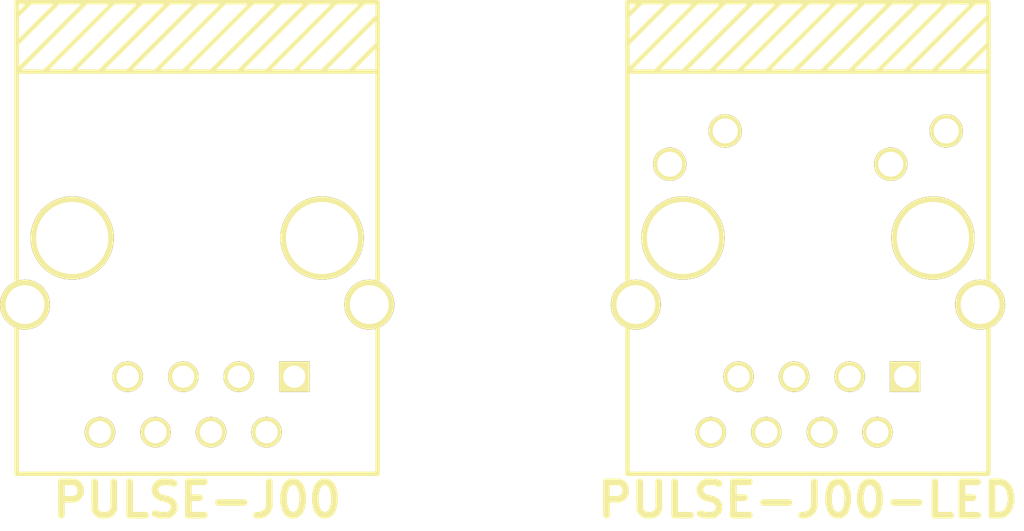
<source format=kicad_pcb>
(kicad_pcb (version 20221018) (generator pcbnew)
  (layers (0 "F.Cu" signal) (31 "B.Cu" signal) (34 "B.Paste" user) (35 "F.Paste" user) (36 "B.SilkS" user) (37 "F.SilkS" user) (38 "B.Mask" user) (39 "F.Mask" user) (44 "Edge.Cuts" user))
  (net 0 "")
  (footprint "pulse-J00" (layer "F.Cu") (at 119.38 86.36)
    (fp_text reference "PULSE-J00" (at 0 12) (layer "F.SilkS") (effects (font (size 1.524 1.524) (thickness 0.3048))))
    (fp_text value "VAL**" hide)
    (fp_line (start -8.255 -10.795) (end -8.255 10.795) (stroke (width 0.2032)) (layer "F.SilkS"))
    (fp_line (start -8.255 -10.795) (end 8.255 -10.795) (stroke (width 0.2032)) (layer "F.SilkS"))
    (fp_line (start -8.255 -10.16) (end -7.62 -10.795) (stroke (width 0.2032)) (layer "F.SilkS"))
    (fp_line (start -8.255 -8.89) (end -6.35 -10.795) (stroke (width 0.2032)) (layer "F.SilkS"))
    (fp_line (start -8.255 -7.62) (end -5.08 -10.795) (stroke (width 0.2032)) (layer "F.SilkS"))
    (fp_line (start -6.985 -7.62) (end -3.81 -10.795) (stroke (width 0.2032)) (layer "F.SilkS"))
    (fp_line (start -5.715 -7.62) (end -2.54 -10.795) (stroke (width 0.2032)) (layer "F.SilkS"))
    (fp_line (start -4.445 -7.62) (end -1.27 -10.795) (stroke (width 0.2032)) (layer "F.SilkS"))
    (fp_line (start -3.175 -7.62) (end 0 -10.795) (stroke (width 0.2032)) (layer "F.SilkS"))
    (fp_line (start -1.905 -7.62) (end 1.27 -10.795) (stroke (width 0.2032)) (layer "F.SilkS"))
    (fp_line (start -0.635 -7.62) (end 2.54 -10.795) (stroke (width 0.2032)) (layer "F.SilkS"))
    (fp_line (start 0.635 -7.62) (end 3.81 -10.795) (stroke (width 0.2032)) (layer "F.SilkS"))
    (fp_line (start 1.905 -7.62) (end 5.08 -10.795) (stroke (width 0.2032)) (layer "F.SilkS"))
    (fp_line (start 3.175 -7.62) (end 6.35 -10.795) (stroke (width 0.2032)) (layer "F.SilkS"))
    (fp_line (start 4.445 -7.62) (end 7.62 -10.795) (stroke (width 0.2032)) (layer "F.SilkS"))
    (fp_line (start 5.715 -7.62) (end 8.255 -10.16) (stroke (width 0.2032)) (layer "F.SilkS"))
    (fp_line (start 6.985 -7.62) (end 8.255 -8.89) (stroke (width 0.2032)) (layer "F.SilkS"))
    (fp_line (start 8.255 -10.795) (end 8.255 10.795) (stroke (width 0.2032)) (layer "F.SilkS"))
    (fp_line (start 8.255 -7.62) (end -8.255 -7.62) (stroke (width 0.2032)) (layer "F.SilkS"))
    (fp_line (start 8.255 10.795) (end -8.255 10.795) (stroke (width 0.2032)) (layer "F.SilkS"))
    (pad "" thru_hole circle (at -5.715 0) (size 3.81 3.81) (drill 3.302) (layers "*.Cu" "*.Mask" "F.SilkS"))
    (pad "" thru_hole circle (at 5.715 0) (size 3.81 3.81) (drill 3.302) (layers "*.Cu" "*.Mask" "F.SilkS"))
    (pad "1" thru_hole rect (at 4.445 6.35) (size 1.397 1.397) (drill 1.016) (layers "*.Cu" "*.Mask" "F.SilkS"))
    (pad "2" thru_hole circle (at 3.175 8.89) (size 1.397 1.397) (drill 1.016) (layers "*.Cu" "*.Mask" "F.SilkS"))
    (pad "3" thru_hole circle (at 1.905 6.35) (size 1.397 1.397) (drill 1.016) (layers "*.Cu" "*.Mask" "F.SilkS"))
    (pad "4" thru_hole circle (at 0.635 8.89) (size 1.397 1.397) (drill 1.016) (layers "*.Cu" "*.Mask" "F.SilkS"))
    (pad "5" thru_hole circle (at -0.635 6.35) (size 1.397 1.397) (drill 1.016) (layers "*.Cu" "*.Mask" "F.SilkS"))
    (pad "6" thru_hole circle (at -1.905 8.89) (size 1.397 1.397) (drill 1.016) (layers "*.Cu" "*.Mask" "F.SilkS"))
    (pad "7" thru_hole circle (at -3.175 6.35) (size 1.397 1.397) (drill 1.016) (layers "*.Cu" "*.Mask" "F.SilkS"))
    (pad "8" thru_hole circle (at -4.445 8.89) (size 1.397 1.397) (drill 1.016) (layers "*.Cu" "*.Mask" "F.SilkS"))
    (pad "SHLD" thru_hole circle (at -7.874 3.048) (size 2.286 2.286) (drill 1.778) (layers "*.Cu" "*.Mask" "F.SilkS"))
    (pad "SHLD" thru_hole circle (at 7.874 3.048) (size 2.286 2.286) (drill 1.778) (layers "*.Cu" "*.Mask" "F.SilkS"))
  )
  (footprint "pulse-J00-LED" (layer "F.Cu") (at 147.32 86.36)
    (fp_text reference "PULSE-J00-LED" (at 0 12) (layer "F.SilkS") (effects (font (size 1.524 1.524) (thickness 0.3048))))
    (fp_text value "VAL**" hide)
    (fp_line (start -8.255 -10.795) (end -8.255 10.795) (stroke (width 0.2032)) (layer "F.SilkS"))
    (fp_line (start -8.255 -10.795) (end 8.255 -10.795) (stroke (width 0.2032)) (layer "F.SilkS"))
    (fp_line (start -8.255 -10.16) (end -7.62 -10.795) (stroke (width 0.2032)) (layer "F.SilkS"))
    (fp_line (start -8.255 -8.89) (end -6.35 -10.795) (stroke (width 0.2032)) (layer "F.SilkS"))
    (fp_line (start -8.255 -7.62) (end -5.08 -10.795) (stroke (width 0.2032)) (layer "F.SilkS"))
    (fp_line (start -6.985 -7.62) (end -3.81 -10.795) (stroke (width 0.2032)) (layer "F.SilkS"))
    (fp_line (start -5.715 -7.62) (end -2.54 -10.795) (stroke (width 0.2032)) (layer "F.SilkS"))
    (fp_line (start -4.445 -7.62) (end -1.27 -10.795) (stroke (width 0.2032)) (layer "F.SilkS"))
    (fp_line (start -3.175 -7.62) (end 0 -10.795) (stroke (width 0.2032)) (layer "F.SilkS"))
    (fp_line (start -1.905 -7.62) (end 1.27 -10.795) (stroke (width 0.2032)) (layer "F.SilkS"))
    (fp_line (start -0.635 -7.62) (end 2.54 -10.795) (stroke (width 0.2032)) (layer "F.SilkS"))
    (fp_line (start 0.635 -7.62) (end 3.81 -10.795) (stroke (width 0.2032)) (layer "F.SilkS"))
    (fp_line (start 1.905 -7.62) (end 5.08 -10.795) (stroke (width 0.2032)) (layer "F.SilkS"))
    (fp_line (start 3.175 -7.62) (end 6.35 -10.795) (stroke (width 0.2032)) (layer "F.SilkS"))
    (fp_line (start 4.445 -7.62) (end 7.62 -10.795) (stroke (width 0.2032)) (layer "F.SilkS"))
    (fp_line (start 5.715 -7.62) (end 8.255 -10.16) (stroke (width 0.2032)) (layer "F.SilkS"))
    (fp_line (start 6.985 -7.62) (end 8.255 -8.89) (stroke (width 0.2032)) (layer "F.SilkS"))
    (fp_line (start 8.255 -10.795) (end 8.255 10.795) (stroke (width 0.2032)) (layer "F.SilkS"))
    (fp_line (start 8.255 -7.62) (end -8.255 -7.62) (stroke (width 0.2032)) (layer "F.SilkS"))
    (fp_line (start 8.255 10.795) (end -8.255 10.795) (stroke (width 0.2032)) (layer "F.SilkS"))
    (pad "" thru_hole circle (at -5.715 0) (size 3.81 3.81) (drill 3.302) (layers "*.Cu" "*.Mask" "F.SilkS"))
    (pad "" thru_hole circle (at 5.715 0) (size 3.81 3.81) (drill 3.302) (layers "*.Cu" "*.Mask" "F.SilkS"))
    (pad "1" thru_hole rect (at 4.445 6.35) (size 1.397 1.397) (drill 1.016) (layers "*.Cu" "*.Mask" "F.SilkS"))
    (pad "2" thru_hole circle (at 3.175 8.89) (size 1.397 1.397) (drill 1.016) (layers "*.Cu" "*.Mask" "F.SilkS"))
    (pad "3" thru_hole circle (at 1.905 6.35) (size 1.397 1.397) (drill 1.016) (layers "*.Cu" "*.Mask" "F.SilkS"))
    (pad "4" thru_hole circle (at 0.635 8.89) (size 1.397 1.397) (drill 1.016) (layers "*.Cu" "*.Mask" "F.SilkS"))
    (pad "5" thru_hole circle (at -0.635 6.35) (size 1.397 1.397) (drill 1.016) (layers "*.Cu" "*.Mask" "F.SilkS"))
    (pad "6" thru_hole circle (at -1.905 8.89) (size 1.397 1.397) (drill 1.016) (layers "*.Cu" "*.Mask" "F.SilkS"))
    (pad "7" thru_hole circle (at -3.175 6.35) (size 1.397 1.397) (drill 1.016) (layers "*.Cu" "*.Mask" "F.SilkS"))
    (pad "8" thru_hole circle (at -4.445 8.89) (size 1.397 1.397) (drill 1.016) (layers "*.Cu" "*.Mask" "F.SilkS"))
    (pad "9" thru_hole circle (at 6.3246 -4.9022) (size 1.524 1.524) (drill 1.143) (layers "*.Cu" "*.Mask" "F.SilkS"))
    (pad "10" thru_hole circle (at 3.7846 -3.3782) (size 1.524 1.524) (drill 1.143) (layers "*.Cu" "*.Mask" "F.SilkS"))
    (pad "11" thru_hole circle (at -3.7846 -4.9022) (size 1.524 1.524) (drill 1.143) (layers "*.Cu" "*.Mask" "F.SilkS"))
    (pad "12" thru_hole circle (at -6.3246 -3.3782) (size 1.524 1.524) (drill 1.143) (layers "*.Cu" "*.Mask" "F.SilkS"))
    (pad "SHLD" thru_hole circle (at -7.874 3.048) (size 2.286 2.286) (drill 1.778) (layers "*.Cu" "*.Mask" "F.SilkS"))
    (pad "SHLD" thru_hole circle (at 7.874 3.048) (size 2.286 2.286) (drill 1.778) (layers "*.Cu" "*.Mask" "F.SilkS"))
  )
)
</source>
